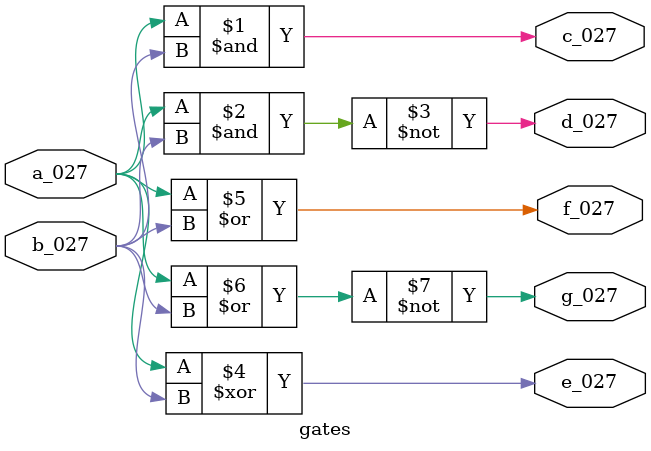
<source format=v>
`timescale 1ns / 1ps


module gates(
    input a_027, b_027,
	output c_027, d_027, e_027, f_027, g_027
    );
    and(c_027, a_027, b_027);
	nand(d_027, a_027, b_027);
	xor(e_027, a_027, b_027);
	or(f_027, a_027, b_027);
	nor(g_027, a_027, b_027);
endmodule

</source>
